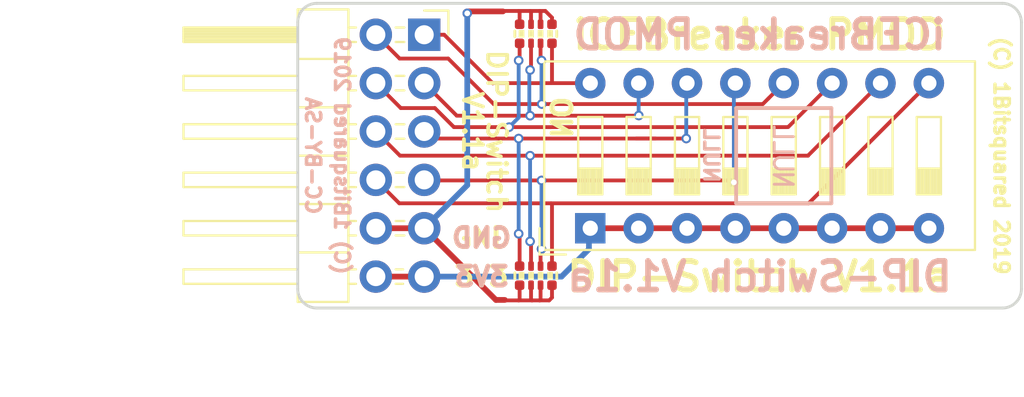
<source format=kicad_pcb>
(kicad_pcb (version 20171130) (host pcbnew 5.1.5-52549c5~86~ubuntu19.10.1)

  (general
    (thickness 1.6)
    (drawings 25)
    (tracks 128)
    (zones 0)
    (modules 5)
    (nets 11)
  )

  (page A4)
  (title_block
    (title "iCEBreaker PMOD - dip switch")
    (rev V1.1a)
    (company 1BitSquared)
    (comment 1 "(C) 2019 Piotr Esden-Tempski <piotr@esden.net>")
    (comment 2 "(C) 2019 1BitSquared <info@1bitsquared.com>")
    (comment 3 "License: CC-BY-SA V4.0")
  )

  (layers
    (0 F.Cu signal)
    (31 B.Cu signal)
    (32 B.Adhes user)
    (33 F.Adhes user)
    (34 B.Paste user)
    (35 F.Paste user)
    (36 B.SilkS user)
    (37 F.SilkS user)
    (38 B.Mask user)
    (39 F.Mask user)
    (40 Dwgs.User user)
    (41 Cmts.User user)
    (42 Eco1.User user)
    (43 Eco2.User user)
    (44 Edge.Cuts user)
    (45 Margin user)
    (46 B.CrtYd user)
    (47 F.CrtYd user)
    (48 B.Fab user)
    (49 F.Fab user)
  )

  (setup
    (last_trace_width 0.2)
    (user_trace_width 0.25)
    (user_trace_width 0.3)
    (trace_clearance 0.2)
    (zone_clearance 0.15)
    (zone_45_only no)
    (trace_min 0.2)
    (via_size 0.5)
    (via_drill 0.3)
    (via_min_size 0.5)
    (via_min_drill 0.3)
    (uvia_size 0.3)
    (uvia_drill 0.1)
    (uvias_allowed no)
    (uvia_min_size 0.2)
    (uvia_min_drill 0.1)
    (edge_width 0.15)
    (segment_width 0.2)
    (pcb_text_width 0.3)
    (pcb_text_size 1.5 1.5)
    (mod_edge_width 0.15)
    (mod_text_size 1 1)
    (mod_text_width 0.15)
    (pad_size 1.7 1.7)
    (pad_drill 1)
    (pad_to_mask_clearance 0.05)
    (solder_mask_min_width 0.05)
    (aux_axis_origin 30 48.2)
    (grid_origin 34.1 40.2)
    (visible_elements FFFFEF7F)
    (pcbplotparams
      (layerselection 0x010fc_ffffffff)
      (usegerberextensions true)
      (usegerberattributes false)
      (usegerberadvancedattributes false)
      (creategerberjobfile false)
      (excludeedgelayer true)
      (linewidth 0.300000)
      (plotframeref false)
      (viasonmask false)
      (mode 1)
      (useauxorigin false)
      (hpglpennumber 1)
      (hpglpenspeed 20)
      (hpglpendiameter 15.000000)
      (psnegative false)
      (psa4output false)
      (plotreference true)
      (plotvalue true)
      (plotinvisibletext false)
      (padsonsilk false)
      (subtractmaskfromsilk true)
      (outputformat 1)
      (mirror false)
      (drillshape 0)
      (scaleselection 1)
      (outputdirectory "gerber"))
  )

  (net 0 "")
  (net 1 GND)
  (net 2 +3V3)
  (net 3 /DIP1)
  (net 4 /DIP2)
  (net 5 /DIP3)
  (net 6 /DIP4)
  (net 7 /DIP8)
  (net 8 /DIP7)
  (net 9 /DIP6)
  (net 10 /DIP5)

  (net_class Default "This is the default net class."
    (clearance 0.2)
    (trace_width 0.2)
    (via_dia 0.5)
    (via_drill 0.3)
    (uvia_dia 0.3)
    (uvia_drill 0.1)
    (add_net +3V3)
    (add_net /DIP1)
    (add_net /DIP2)
    (add_net /DIP3)
    (add_net /DIP4)
    (add_net /DIP5)
    (add_net /DIP6)
    (add_net /DIP7)
    (add_net /DIP8)
    (add_net GND)
  )

  (module pkl_logos:null_Logo_SilkS_5mm locked (layer B.Cu) (tedit 5E7ED123) (tstamp 5CAD879D)
    (at 55.52 40.2 90)
    (fp_text reference REF** (at 0 -4 90) (layer B.Fab)
      (effects (font (size 1 1) (thickness 0.15)) (justify mirror))
    )
    (fp_text value null_Logo_SilkS_5mm (at 0 4 90) (layer B.Fab)
      (effects (font (size 1 1) (thickness 0.15)) (justify mirror))
    )
    (fp_arc (start -0.4 -0.2) (end -0.7 -0.2) (angle 180) (layer B.SilkS) (width 0.15))
    (fp_line (start 1 -0.5) (end 1.5 -0.5) (layer B.SilkS) (width 0.15))
    (fp_line (start 1 0.5) (end 1 -0.5) (layer B.SilkS) (width 0.15))
    (fp_line (start 0.2 -0.5) (end 0.7 -0.5) (layer B.SilkS) (width 0.15))
    (fp_line (start 0.2 0.5) (end 0.2 -0.5) (layer B.SilkS) (width 0.15))
    (fp_line (start -0.1 0.5) (end -0.1 -0.2) (layer B.SilkS) (width 0.15))
    (fp_line (start -0.7 0.5) (end -0.7 -0.2) (layer B.SilkS) (width 0.15))
    (fp_line (start -1 -0.5) (end -1 0.5) (layer B.SilkS) (width 0.15))
    (fp_line (start -1.5 0.5) (end -1 -0.5) (layer B.SilkS) (width 0.15))
    (fp_line (start -1.5 -0.5) (end -1.5 0.5) (layer B.SilkS) (width 0.15))
    (fp_line (start 2.5 2.5) (end -2.5 2.5) (layer B.SilkS) (width 0.2))
    (fp_line (start -2.5 2.5) (end -2.5 -2.5) (layer B.SilkS) (width 0.2))
    (fp_line (start 2.5 2.5) (end 2.5 -2.5) (layer B.SilkS) (width 0.2))
    (fp_line (start -2.5 -2.5) (end 2.5 -2.5) (layer B.SilkS) (width 0.2))
  )

  (module Button_Switch_THT:SW_DIP_SPSTx08_Slide_9.78x22.5mm_W7.62mm_P2.54mm (layer F.Cu) (tedit 5CD9B3D5) (tstamp 5CDAF59B)
    (at 45.36 44.01 90)
    (descr "8x-dip-switch SPST , Slide, row spacing 7.62 mm (300 mils), body size 9.78x22.5mm (see e.g. https://www.ctscorp.com/wp-content/uploads/206-208.pdf)")
    (tags "DIP Switch SPST Slide 7.62mm 300mil")
    (path /5BC3452A)
    (fp_text reference SW1 (at 7.01 8.84) (layer F.Fab)
      (effects (font (size 1 1) (thickness 0.15)))
    )
    (fp_text value SW_DIP_x08 (at -0.09 8.84) (layer F.Fab)
      (effects (font (size 1 1) (thickness 0.15)))
    )
    (fp_text user on (at 5.365 -1.4975 90) (layer F.Fab)
      (effects (font (size 0.8 0.8) (thickness 0.12)))
    )
    (fp_line (start 8.95 -2.7) (end -1.35 -2.7) (layer F.CrtYd) (width 0.05))
    (fp_line (start 8.95 20.5) (end 8.95 -2.7) (layer F.CrtYd) (width 0.05))
    (fp_line (start -1.35 20.5) (end 8.95 20.5) (layer F.CrtYd) (width 0.05))
    (fp_line (start -1.35 -2.7) (end -1.35 20.5) (layer F.CrtYd) (width 0.05))
    (fp_line (start 3.133333 17.145) (end 3.133333 18.415) (layer F.SilkS) (width 0.12))
    (fp_line (start 1.78 18.345) (end 3.133333 18.345) (layer F.SilkS) (width 0.12))
    (fp_line (start 1.78 18.225) (end 3.133333 18.225) (layer F.SilkS) (width 0.12))
    (fp_line (start 1.78 18.105) (end 3.133333 18.105) (layer F.SilkS) (width 0.12))
    (fp_line (start 1.78 17.985) (end 3.133333 17.985) (layer F.SilkS) (width 0.12))
    (fp_line (start 1.78 17.865) (end 3.133333 17.865) (layer F.SilkS) (width 0.12))
    (fp_line (start 1.78 17.745) (end 3.133333 17.745) (layer F.SilkS) (width 0.12))
    (fp_line (start 1.78 17.625) (end 3.133333 17.625) (layer F.SilkS) (width 0.12))
    (fp_line (start 1.78 17.505) (end 3.133333 17.505) (layer F.SilkS) (width 0.12))
    (fp_line (start 1.78 17.385) (end 3.133333 17.385) (layer F.SilkS) (width 0.12))
    (fp_line (start 1.78 17.265) (end 3.133333 17.265) (layer F.SilkS) (width 0.12))
    (fp_line (start 5.84 17.145) (end 1.78 17.145) (layer F.SilkS) (width 0.12))
    (fp_line (start 5.84 18.415) (end 5.84 17.145) (layer F.SilkS) (width 0.12))
    (fp_line (start 1.78 18.415) (end 5.84 18.415) (layer F.SilkS) (width 0.12))
    (fp_line (start 1.78 17.145) (end 1.78 18.415) (layer F.SilkS) (width 0.12))
    (fp_line (start 3.133333 14.605) (end 3.133333 15.875) (layer F.SilkS) (width 0.12))
    (fp_line (start 1.78 15.805) (end 3.133333 15.805) (layer F.SilkS) (width 0.12))
    (fp_line (start 1.78 15.685) (end 3.133333 15.685) (layer F.SilkS) (width 0.12))
    (fp_line (start 1.78 15.565) (end 3.133333 15.565) (layer F.SilkS) (width 0.12))
    (fp_line (start 1.78 15.445) (end 3.133333 15.445) (layer F.SilkS) (width 0.12))
    (fp_line (start 1.78 15.325) (end 3.133333 15.325) (layer F.SilkS) (width 0.12))
    (fp_line (start 1.78 15.205) (end 3.133333 15.205) (layer F.SilkS) (width 0.12))
    (fp_line (start 1.78 15.085) (end 3.133333 15.085) (layer F.SilkS) (width 0.12))
    (fp_line (start 1.78 14.965) (end 3.133333 14.965) (layer F.SilkS) (width 0.12))
    (fp_line (start 1.78 14.845) (end 3.133333 14.845) (layer F.SilkS) (width 0.12))
    (fp_line (start 1.78 14.725) (end 3.133333 14.725) (layer F.SilkS) (width 0.12))
    (fp_line (start 5.84 14.605) (end 1.78 14.605) (layer F.SilkS) (width 0.12))
    (fp_line (start 5.84 15.875) (end 5.84 14.605) (layer F.SilkS) (width 0.12))
    (fp_line (start 1.78 15.875) (end 5.84 15.875) (layer F.SilkS) (width 0.12))
    (fp_line (start 1.78 14.605) (end 1.78 15.875) (layer F.SilkS) (width 0.12))
    (fp_line (start 3.133333 12.065) (end 3.133333 13.335) (layer F.SilkS) (width 0.12))
    (fp_line (start 1.78 13.265) (end 3.133333 13.265) (layer F.SilkS) (width 0.12))
    (fp_line (start 1.78 13.145) (end 3.133333 13.145) (layer F.SilkS) (width 0.12))
    (fp_line (start 1.78 13.025) (end 3.133333 13.025) (layer F.SilkS) (width 0.12))
    (fp_line (start 1.78 12.905) (end 3.133333 12.905) (layer F.SilkS) (width 0.12))
    (fp_line (start 1.78 12.785) (end 3.133333 12.785) (layer F.SilkS) (width 0.12))
    (fp_line (start 1.78 12.665) (end 3.133333 12.665) (layer F.SilkS) (width 0.12))
    (fp_line (start 1.78 12.545) (end 3.133333 12.545) (layer F.SilkS) (width 0.12))
    (fp_line (start 1.78 12.425) (end 3.133333 12.425) (layer F.SilkS) (width 0.12))
    (fp_line (start 1.78 12.305) (end 3.133333 12.305) (layer F.SilkS) (width 0.12))
    (fp_line (start 1.78 12.185) (end 3.133333 12.185) (layer F.SilkS) (width 0.12))
    (fp_line (start 5.84 12.065) (end 1.78 12.065) (layer F.SilkS) (width 0.12))
    (fp_line (start 5.84 13.335) (end 5.84 12.065) (layer F.SilkS) (width 0.12))
    (fp_line (start 1.78 13.335) (end 5.84 13.335) (layer F.SilkS) (width 0.12))
    (fp_line (start 1.78 12.065) (end 1.78 13.335) (layer F.SilkS) (width 0.12))
    (fp_line (start 3.133333 9.525) (end 3.133333 10.795) (layer F.SilkS) (width 0.12))
    (fp_line (start 1.78 10.725) (end 3.133333 10.725) (layer F.SilkS) (width 0.12))
    (fp_line (start 1.78 10.605) (end 3.133333 10.605) (layer F.SilkS) (width 0.12))
    (fp_line (start 1.78 10.485) (end 3.133333 10.485) (layer F.SilkS) (width 0.12))
    (fp_line (start 1.78 10.365) (end 3.133333 10.365) (layer F.SilkS) (width 0.12))
    (fp_line (start 1.78 10.245) (end 3.133333 10.245) (layer F.SilkS) (width 0.12))
    (fp_line (start 1.78 10.125) (end 3.133333 10.125) (layer F.SilkS) (width 0.12))
    (fp_line (start 1.78 10.005) (end 3.133333 10.005) (layer F.SilkS) (width 0.12))
    (fp_line (start 1.78 9.885) (end 3.133333 9.885) (layer F.SilkS) (width 0.12))
    (fp_line (start 1.78 9.765) (end 3.133333 9.765) (layer F.SilkS) (width 0.12))
    (fp_line (start 1.78 9.645) (end 3.133333 9.645) (layer F.SilkS) (width 0.12))
    (fp_line (start 5.84 9.525) (end 1.78 9.525) (layer F.SilkS) (width 0.12))
    (fp_line (start 5.84 10.795) (end 5.84 9.525) (layer F.SilkS) (width 0.12))
    (fp_line (start 1.78 10.795) (end 5.84 10.795) (layer F.SilkS) (width 0.12))
    (fp_line (start 1.78 9.525) (end 1.78 10.795) (layer F.SilkS) (width 0.12))
    (fp_line (start 3.133333 6.985) (end 3.133333 8.255) (layer F.SilkS) (width 0.12))
    (fp_line (start 1.78 8.185) (end 3.133333 8.185) (layer F.SilkS) (width 0.12))
    (fp_line (start 1.78 8.065) (end 3.133333 8.065) (layer F.SilkS) (width 0.12))
    (fp_line (start 1.78 7.945) (end 3.133333 7.945) (layer F.SilkS) (width 0.12))
    (fp_line (start 1.78 7.825) (end 3.133333 7.825) (layer F.SilkS) (width 0.12))
    (fp_line (start 1.78 7.705) (end 3.133333 7.705) (layer F.SilkS) (width 0.12))
    (fp_line (start 1.78 7.585) (end 3.133333 7.585) (layer F.SilkS) (width 0.12))
    (fp_line (start 1.78 7.465) (end 3.133333 7.465) (layer F.SilkS) (width 0.12))
    (fp_line (start 1.78 7.345) (end 3.133333 7.345) (layer F.SilkS) (width 0.12))
    (fp_line (start 1.78 7.225) (end 3.133333 7.225) (layer F.SilkS) (width 0.12))
    (fp_line (start 1.78 7.105) (end 3.133333 7.105) (layer F.SilkS) (width 0.12))
    (fp_line (start 5.84 6.985) (end 1.78 6.985) (layer F.SilkS) (width 0.12))
    (fp_line (start 5.84 8.255) (end 5.84 6.985) (layer F.SilkS) (width 0.12))
    (fp_line (start 1.78 8.255) (end 5.84 8.255) (layer F.SilkS) (width 0.12))
    (fp_line (start 1.78 6.985) (end 1.78 8.255) (layer F.SilkS) (width 0.12))
    (fp_line (start 3.133333 4.445) (end 3.133333 5.715) (layer F.SilkS) (width 0.12))
    (fp_line (start 1.78 5.645) (end 3.133333 5.645) (layer F.SilkS) (width 0.12))
    (fp_line (start 1.78 5.525) (end 3.133333 5.525) (layer F.SilkS) (width 0.12))
    (fp_line (start 1.78 5.405) (end 3.133333 5.405) (layer F.SilkS) (width 0.12))
    (fp_line (start 1.78 5.285) (end 3.133333 5.285) (layer F.SilkS) (width 0.12))
    (fp_line (start 1.78 5.165) (end 3.133333 5.165) (layer F.SilkS) (width 0.12))
    (fp_line (start 1.78 5.045) (end 3.133333 5.045) (layer F.SilkS) (width 0.12))
    (fp_line (start 1.78 4.925) (end 3.133333 4.925) (layer F.SilkS) (width 0.12))
    (fp_line (start 1.78 4.805) (end 3.133333 4.805) (layer F.SilkS) (width 0.12))
    (fp_line (start 1.78 4.685) (end 3.133333 4.685) (layer F.SilkS) (width 0.12))
    (fp_line (start 1.78 4.565) (end 3.133333 4.565) (layer F.SilkS) (width 0.12))
    (fp_line (start 5.84 4.445) (end 1.78 4.445) (layer F.SilkS) (width 0.12))
    (fp_line (start 5.84 5.715) (end 5.84 4.445) (layer F.SilkS) (width 0.12))
    (fp_line (start 1.78 5.715) (end 5.84 5.715) (layer F.SilkS) (width 0.12))
    (fp_line (start 1.78 4.445) (end 1.78 5.715) (layer F.SilkS) (width 0.12))
    (fp_line (start 3.133333 1.905) (end 3.133333 3.175) (layer F.SilkS) (width 0.12))
    (fp_line (start 1.78 3.105) (end 3.133333 3.105) (layer F.SilkS) (width 0.12))
    (fp_line (start 1.78 2.985) (end 3.133333 2.985) (layer F.SilkS) (width 0.12))
    (fp_line (start 1.78 2.865) (end 3.133333 2.865) (layer F.SilkS) (width 0.12))
    (fp_line (start 1.78 2.745) (end 3.133333 2.745) (layer F.SilkS) (width 0.12))
    (fp_line (start 1.78 2.625) (end 3.133333 2.625) (layer F.SilkS) (width 0.12))
    (fp_line (start 1.78 2.505) (end 3.133333 2.505) (layer F.SilkS) (width 0.12))
    (fp_line (start 1.78 2.385) (end 3.133333 2.385) (layer F.SilkS) (width 0.12))
    (fp_line (start 1.78 2.265) (end 3.133333 2.265) (layer F.SilkS) (width 0.12))
    (fp_line (start 1.78 2.145) (end 3.133333 2.145) (layer F.SilkS) (width 0.12))
    (fp_line (start 1.78 2.025) (end 3.133333 2.025) (layer F.SilkS) (width 0.12))
    (fp_line (start 5.84 1.905) (end 1.78 1.905) (layer F.SilkS) (width 0.12))
    (fp_line (start 5.84 3.175) (end 5.84 1.905) (layer F.SilkS) (width 0.12))
    (fp_line (start 1.78 3.175) (end 5.84 3.175) (layer F.SilkS) (width 0.12))
    (fp_line (start 1.78 1.905) (end 1.78 3.175) (layer F.SilkS) (width 0.12))
    (fp_line (start 3.133333 -0.635) (end 3.133333 0.635) (layer F.SilkS) (width 0.12))
    (fp_line (start 1.78 0.565) (end 3.133333 0.565) (layer F.SilkS) (width 0.12))
    (fp_line (start 1.78 0.445) (end 3.133333 0.445) (layer F.SilkS) (width 0.12))
    (fp_line (start 1.78 0.325) (end 3.133333 0.325) (layer F.SilkS) (width 0.12))
    (fp_line (start 1.78 0.205) (end 3.133333 0.205) (layer F.SilkS) (width 0.12))
    (fp_line (start 1.78 0.085) (end 3.133333 0.085) (layer F.SilkS) (width 0.12))
    (fp_line (start 1.78 -0.035) (end 3.133333 -0.035) (layer F.SilkS) (width 0.12))
    (fp_line (start 1.78 -0.155) (end 3.133333 -0.155) (layer F.SilkS) (width 0.12))
    (fp_line (start 1.78 -0.275) (end 3.133333 -0.275) (layer F.SilkS) (width 0.12))
    (fp_line (start 1.78 -0.395) (end 3.133333 -0.395) (layer F.SilkS) (width 0.12))
    (fp_line (start 1.78 -0.515) (end 3.133333 -0.515) (layer F.SilkS) (width 0.12))
    (fp_line (start 5.84 -0.635) (end 1.78 -0.635) (layer F.SilkS) (width 0.12))
    (fp_line (start 5.84 0.635) (end 5.84 -0.635) (layer F.SilkS) (width 0.12))
    (fp_line (start 1.78 0.635) (end 5.84 0.635) (layer F.SilkS) (width 0.12))
    (fp_line (start 1.78 -0.635) (end 1.78 0.635) (layer F.SilkS) (width 0.12))
    (fp_line (start -1.38 -2.66) (end -1.38 -1.277) (layer F.SilkS) (width 0.12))
    (fp_line (start -1.38 -2.66) (end 0.004 -2.66) (layer F.SilkS) (width 0.12))
    (fp_line (start 8.76 -2.42) (end 8.76 20.201) (layer F.SilkS) (width 0.12))
    (fp_line (start -1.14 -2.42) (end -1.14 20.201) (layer F.SilkS) (width 0.12))
    (fp_line (start -1.14 20.201) (end 8.76 20.201) (layer F.SilkS) (width 0.12))
    (fp_line (start -1.14 -2.42) (end 8.76 -2.42) (layer F.SilkS) (width 0.12))
    (fp_line (start 3.133333 17.145) (end 3.133333 18.415) (layer F.Fab) (width 0.1))
    (fp_line (start 1.78 18.345) (end 3.133333 18.345) (layer F.Fab) (width 0.1))
    (fp_line (start 1.78 18.245) (end 3.133333 18.245) (layer F.Fab) (width 0.1))
    (fp_line (start 1.78 18.145) (end 3.133333 18.145) (layer F.Fab) (width 0.1))
    (fp_line (start 1.78 18.045) (end 3.133333 18.045) (layer F.Fab) (width 0.1))
    (fp_line (start 1.78 17.945) (end 3.133333 17.945) (layer F.Fab) (width 0.1))
    (fp_line (start 1.78 17.845) (end 3.133333 17.845) (layer F.Fab) (width 0.1))
    (fp_line (start 1.78 17.745) (end 3.133333 17.745) (layer F.Fab) (width 0.1))
    (fp_line (start 1.78 17.645) (end 3.133333 17.645) (layer F.Fab) (width 0.1))
    (fp_line (start 1.78 17.545) (end 3.133333 17.545) (layer F.Fab) (width 0.1))
    (fp_line (start 1.78 17.445) (end 3.133333 17.445) (layer F.Fab) (width 0.1))
    (fp_line (start 1.78 17.345) (end 3.133333 17.345) (layer F.Fab) (width 0.1))
    (fp_line (start 1.78 17.245) (end 3.133333 17.245) (layer F.Fab) (width 0.1))
    (fp_line (start 5.84 17.145) (end 1.78 17.145) (layer F.Fab) (width 0.1))
    (fp_line (start 5.84 18.415) (end 5.84 17.145) (layer F.Fab) (width 0.1))
    (fp_line (start 1.78 18.415) (end 5.84 18.415) (layer F.Fab) (width 0.1))
    (fp_line (start 1.78 17.145) (end 1.78 18.415) (layer F.Fab) (width 0.1))
    (fp_line (start 3.133333 14.605) (end 3.133333 15.875) (layer F.Fab) (width 0.1))
    (fp_line (start 1.78 15.805) (end 3.133333 15.805) (layer F.Fab) (width 0.1))
    (fp_line (start 1.78 15.705) (end 3.133333 15.705) (layer F.Fab) (width 0.1))
    (fp_line (start 1.78 15.605) (end 3.133333 15.605) (layer F.Fab) (width 0.1))
    (fp_line (start 1.78 15.505) (end 3.133333 15.505) (layer F.Fab) (width 0.1))
    (fp_line (start 1.78 15.405) (end 3.133333 15.405) (layer F.Fab) (width 0.1))
    (fp_line (start 1.78 15.305) (end 3.133333 15.305) (layer F.Fab) (width 0.1))
    (fp_line (start 1.78 15.205) (end 3.133333 15.205) (layer F.Fab) (width 0.1))
    (fp_line (start 1.78 15.105) (end 3.133333 15.105) (layer F.Fab) (width 0.1))
    (fp_line (start 1.78 15.005) (end 3.133333 15.005) (layer F.Fab) (width 0.1))
    (fp_line (start 1.78 14.905) (end 3.133333 14.905) (layer F.Fab) (width 0.1))
    (fp_line (start 1.78 14.805) (end 3.133333 14.805) (layer F.Fab) (width 0.1))
    (fp_line (start 1.78 14.705) (end 3.133333 14.705) (layer F.Fab) (width 0.1))
    (fp_line (start 5.84 14.605) (end 1.78 14.605) (layer F.Fab) (width 0.1))
    (fp_line (start 5.84 15.875) (end 5.84 14.605) (layer F.Fab) (width 0.1))
    (fp_line (start 1.78 15.875) (end 5.84 15.875) (layer F.Fab) (width 0.1))
    (fp_line (start 1.78 14.605) (end 1.78 15.875) (layer F.Fab) (width 0.1))
    (fp_line (start 3.133333 12.065) (end 3.133333 13.335) (layer F.Fab) (width 0.1))
    (fp_line (start 1.78 13.265) (end 3.133333 13.265) (layer F.Fab) (width 0.1))
    (fp_line (start 1.78 13.165) (end 3.133333 13.165) (layer F.Fab) (width 0.1))
    (fp_line (start 1.78 13.065) (end 3.133333 13.065) (layer F.Fab) (width 0.1))
    (fp_line (start 1.78 12.965) (end 3.133333 12.965) (layer F.Fab) (width 0.1))
    (fp_line (start 1.78 12.865) (end 3.133333 12.865) (layer F.Fab) (width 0.1))
    (fp_line (start 1.78 12.765) (end 3.133333 12.765) (layer F.Fab) (width 0.1))
    (fp_line (start 1.78 12.665) (end 3.133333 12.665) (layer F.Fab) (width 0.1))
    (fp_line (start 1.78 12.565) (end 3.133333 12.565) (layer F.Fab) (width 0.1))
    (fp_line (start 1.78 12.465) (end 3.133333 12.465) (layer F.Fab) (width 0.1))
    (fp_line (start 1.78 12.365) (end 3.133333 12.365) (layer F.Fab) (width 0.1))
    (fp_line (start 1.78 12.265) (end 3.133333 12.265) (layer F.Fab) (width 0.1))
    (fp_line (start 1.78 12.165) (end 3.133333 12.165) (layer F.Fab) (width 0.1))
    (fp_line (start 5.84 12.065) (end 1.78 12.065) (layer F.Fab) (width 0.1))
    (fp_line (start 5.84 13.335) (end 5.84 12.065) (layer F.Fab) (width 0.1))
    (fp_line (start 1.78 13.335) (end 5.84 13.335) (layer F.Fab) (width 0.1))
    (fp_line (start 1.78 12.065) (end 1.78 13.335) (layer F.Fab) (width 0.1))
    (fp_line (start 3.133333 9.525) (end 3.133333 10.795) (layer F.Fab) (width 0.1))
    (fp_line (start 1.78 10.725) (end 3.133333 10.725) (layer F.Fab) (width 0.1))
    (fp_line (start 1.78 10.625) (end 3.133333 10.625) (layer F.Fab) (width 0.1))
    (fp_line (start 1.78 10.525) (end 3.133333 10.525) (layer F.Fab) (width 0.1))
    (fp_line (start 1.78 10.425) (end 3.133333 10.425) (layer F.Fab) (width 0.1))
    (fp_line (start 1.78 10.325) (end 3.133333 10.325) (layer F.Fab) (width 0.1))
    (fp_line (start 1.78 10.225) (end 3.133333 10.225) (layer F.Fab) (width 0.1))
    (fp_line (start 1.78 10.125) (end 3.133333 10.125) (layer F.Fab) (width 0.1))
    (fp_line (start 1.78 10.025) (end 3.133333 10.025) (layer F.Fab) (width 0.1))
    (fp_line (start 1.78 9.925) (end 3.133333 9.925) (layer F.Fab) (width 0.1))
    (fp_line (start 1.78 9.825) (end 3.133333 9.825) (layer F.Fab) (width 0.1))
    (fp_line (start 1.78 9.725) (end 3.133333 9.725) (layer F.Fab) (width 0.1))
    (fp_line (start 1.78 9.625) (end 3.133333 9.625) (layer F.Fab) (width 0.1))
    (fp_line (start 5.84 9.525) (end 1.78 9.525) (layer F.Fab) (width 0.1))
    (fp_line (start 5.84 10.795) (end 5.84 9.525) (layer F.Fab) (width 0.1))
    (fp_line (start 1.78 10.795) (end 5.84 10.795) (layer F.Fab) (width 0.1))
    (fp_line (start 1.78 9.525) (end 1.78 10.795) (layer F.Fab) (width 0.1))
    (fp_line (start 3.133333 6.985) (end 3.133333 8.255) (layer F.Fab) (width 0.1))
    (fp_line (start 1.78 8.185) (end 3.133333 8.185) (layer F.Fab) (width 0.1))
    (fp_line (start 1.78 8.085) (end 3.133333 8.085) (layer F.Fab) (width 0.1))
    (fp_line (start 1.78 7.985) (end 3.133333 7.985) (layer F.Fab) (width 0.1))
    (fp_line (start 1.78 7.885) (end 3.133333 7.885) (layer F.Fab) (width 0.1))
    (fp_line (start 1.78 7.785) (end 3.133333 7.785) (layer F.Fab) (width 0.1))
    (fp_line (start 1.78 7.685) (end 3.133333 7.685) (layer F.Fab) (width 0.1))
    (fp_line (start 1.78 7.585) (end 3.133333 7.585) (layer F.Fab) (width 0.1))
    (fp_line (start 1.78 7.485) (end 3.133333 7.485) (layer F.Fab) (width 0.1))
    (fp_line (start 1.78 7.385) (end 3.133333 7.385) (layer F.Fab) (width 0.1))
    (fp_line (start 1.78 7.285) (end 3.133333 7.285) (layer F.Fab) (width 0.1))
    (fp_line (start 1.78 7.185) (end 3.133333 7.185) (layer F.Fab) (width 0.1))
    (fp_line (start 1.78 7.085) (end 3.133333 7.085) (layer F.Fab) (width 0.1))
    (fp_line (start 5.84 6.985) (end 1.78 6.985) (layer F.Fab) (width 0.1))
    (fp_line (start 5.84 8.255) (end 5.84 6.985) (layer F.Fab) (width 0.1))
    (fp_line (start 1.78 8.255) (end 5.84 8.255) (layer F.Fab) (width 0.1))
    (fp_line (start 1.78 6.985) (end 1.78 8.255) (layer F.Fab) (width 0.1))
    (fp_line (start 3.133333 4.445) (end 3.133333 5.715) (layer F.Fab) (width 0.1))
    (fp_line (start 1.78 5.645) (end 3.133333 5.645) (layer F.Fab) (width 0.1))
    (fp_line (start 1.78 5.545) (end 3.133333 5.545) (layer F.Fab) (width 0.1))
    (fp_line (start 1.78 5.445) (end 3.133333 5.445) (layer F.Fab) (width 0.1))
    (fp_line (start 1.78 5.345) (end 3.133333 5.345) (layer F.Fab) (width 0.1))
    (fp_line (start 1.78 5.245) (end 3.133333 5.245) (layer F.Fab) (width 0.1))
    (fp_line (start 1.78 5.145) (end 3.133333 5.145) (layer F.Fab) (width 0.1))
    (fp_line (start 1.78 5.045) (end 3.133333 5.045) (layer F.Fab) (width 0.1))
    (fp_line (start 1.78 4.945) (end 3.133333 4.945) (layer F.Fab) (width 0.1))
    (fp_line (start 1.78 4.845) (end 3.133333 4.845) (layer F.Fab) (width 0.1))
    (fp_line (start 1.78 4.745) (end 3.133333 4.745) (layer F.Fab) (width 0.1))
    (fp_line (start 1.78 4.645) (end 3.133333 4.645) (layer F.Fab) (width 0.1))
    (fp_line (start 1.78 4.545) (end 3.133333 4.545) (layer F.Fab) (width 0.1))
    (fp_line (start 5.84 4.445) (end 1.78 4.445) (layer F.Fab) (width 0.1))
    (fp_line (start 5.84 5.715) (end 5.84 4.445) (layer F.Fab) (width 0.1))
    (fp_line (start 1.78 5.715) (end 5.84 5.715) (layer F.Fab) (width 0.1))
    (fp_line (start 1.78 4.445) (end 1.78 5.715) (layer F.Fab) (width 0.1))
    (fp_line (start 3.133333 1.905) (end 3.133333 3.175) (layer F.Fab) (width 0.1))
    (fp_line (start 1.78 3.105) (end 3.133333 3.105) (layer F.Fab) (width 0.1))
    (fp_line (start 1.78 3.005) (end 3.133333 3.005) (layer F.Fab) (width 0.1))
    (fp_line (start 1.78 2.905) (end 3.133333 2.905) (layer F.Fab) (width 0.1))
    (fp_line (start 1.78 2.805) (end 3.133333 2.805) (layer F.Fab) (width 0.1))
    (fp_line (start 1.78 2.705) (end 3.133333 2.705) (layer F.Fab) (width 0.1))
    (fp_line (start 1.78 2.605) (end 3.133333 2.605) (layer F.Fab) (width 0.1))
    (fp_line (start 1.78 2.505) (end 3.133333 2.505) (layer F.Fab) (width 0.1))
    (fp_line (start 1.78 2.405) (end 3.133333 2.405) (layer F.Fab) (width 0.1))
    (fp_line (start 1.78 2.305) (end 3.133333 2.305) (layer F.Fab) (width 0.1))
    (fp_line (start 1.78 2.205) (end 3.133333 2.205) (layer F.Fab) (width 0.1))
    (fp_line (start 1.78 2.105) (end 3.133333 2.105) (layer F.Fab) (width 0.1))
    (fp_line (start 1.78 2.005) (end 3.133333 2.005) (layer F.Fab) (width 0.1))
    (fp_line (start 5.84 1.905) (end 1.78 1.905) (layer F.Fab) (width 0.1))
    (fp_line (start 5.84 3.175) (end 5.84 1.905) (layer F.Fab) (width 0.1))
    (fp_line (start 1.78 3.175) (end 5.84 3.175) (layer F.Fab) (width 0.1))
    (fp_line (start 1.78 1.905) (end 1.78 3.175) (layer F.Fab) (width 0.1))
    (fp_line (start 3.133333 -0.635) (end 3.133333 0.635) (layer F.Fab) (width 0.1))
    (fp_line (start 1.78 0.565) (end 3.133333 0.565) (layer F.Fab) (width 0.1))
    (fp_line (start 1.78 0.465) (end 3.133333 0.465) (layer F.Fab) (width 0.1))
    (fp_line (start 1.78 0.365) (end 3.133333 0.365) (layer F.Fab) (width 0.1))
    (fp_line (start 1.78 0.265) (end 3.133333 0.265) (layer F.Fab) (width 0.1))
    (fp_line (start 1.78 0.165) (end 3.133333 0.165) (layer F.Fab) (width 0.1))
    (fp_line (start 1.78 0.065) (end 3.133333 0.065) (layer F.Fab) (width 0.1))
    (fp_line (start 1.78 -0.035) (end 3.133333 -0.035) (layer F.Fab) (width 0.1))
    (fp_line (start 1.78 -0.135) (end 3.133333 -0.135) (layer F.Fab) (width 0.1))
    (fp_line (start 1.78 -0.235) (end 3.133333 -0.235) (layer F.Fab) (width 0.1))
    (fp_line (start 1.78 -0.335) (end 3.133333 -0.335) (layer F.Fab) (width 0.1))
    (fp_line (start 1.78 -0.435) (end 3.133333 -0.435) (layer F.Fab) (width 0.1))
    (fp_line (start 1.78 -0.535) (end 3.133333 -0.535) (layer F.Fab) (width 0.1))
    (fp_line (start 5.84 -0.635) (end 1.78 -0.635) (layer F.Fab) (width 0.1))
    (fp_line (start 5.84 0.635) (end 5.84 -0.635) (layer F.Fab) (width 0.1))
    (fp_line (start 1.78 0.635) (end 5.84 0.635) (layer F.Fab) (width 0.1))
    (fp_line (start 1.78 -0.635) (end 1.78 0.635) (layer F.Fab) (width 0.1))
    (fp_line (start -1.08 -1.36) (end -0.08 -2.36) (layer F.Fab) (width 0.1))
    (fp_line (start -1.08 20.14) (end -1.08 -1.36) (layer F.Fab) (width 0.1))
    (fp_line (start 8.7 20.14) (end -1.08 20.14) (layer F.Fab) (width 0.1))
    (fp_line (start 8.7 -2.36) (end 8.7 20.14) (layer F.Fab) (width 0.1))
    (fp_line (start -0.08 -2.36) (end 8.7 -2.36) (layer F.Fab) (width 0.1))
    (pad 16 thru_hole oval (at 7.62 0 90) (size 1.6 1.6) (drill 0.8) (layers *.Cu *.Mask)
      (net 3 /DIP1))
    (pad 8 thru_hole oval (at 0 17.78 90) (size 1.6 1.6) (drill 0.8) (layers *.Cu *.Mask)
      (net 2 +3V3))
    (pad 15 thru_hole oval (at 7.62 2.54 90) (size 1.6 1.6) (drill 0.8) (layers *.Cu *.Mask)
      (net 4 /DIP2))
    (pad 7 thru_hole oval (at 0 15.24 90) (size 1.6 1.6) (drill 0.8) (layers *.Cu *.Mask)
      (net 2 +3V3))
    (pad 14 thru_hole oval (at 7.62 5.08 90) (size 1.6 1.6) (drill 0.8) (layers *.Cu *.Mask)
      (net 5 /DIP3))
    (pad 6 thru_hole oval (at 0 12.7 90) (size 1.6 1.6) (drill 0.8) (layers *.Cu *.Mask)
      (net 2 +3V3))
    (pad 13 thru_hole oval (at 7.62 7.62 90) (size 1.6 1.6) (drill 0.8) (layers *.Cu *.Mask)
      (net 6 /DIP4))
    (pad 5 thru_hole oval (at 0 10.16 90) (size 1.6 1.6) (drill 0.8) (layers *.Cu *.Mask)
      (net 2 +3V3))
    (pad 12 thru_hole oval (at 7.62 10.16 90) (size 1.6 1.6) (drill 0.8) (layers *.Cu *.Mask)
      (net 10 /DIP5))
    (pad 4 thru_hole oval (at 0 7.62 90) (size 1.6 1.6) (drill 0.8) (layers *.Cu *.Mask)
      (net 2 +3V3))
    (pad 11 thru_hole oval (at 7.62 12.7 90) (size 1.6 1.6) (drill 0.8) (layers *.Cu *.Mask)
      (net 9 /DIP6))
    (pad 3 thru_hole oval (at 0 5.08 90) (size 1.6 1.6) (drill 0.8) (layers *.Cu *.Mask)
      (net 2 +3V3))
    (pad 10 thru_hole oval (at 7.62 15.24 90) (size 1.6 1.6) (drill 0.8) (layers *.Cu *.Mask)
      (net 8 /DIP7))
    (pad 2 thru_hole oval (at 0 2.54 90) (size 1.6 1.6) (drill 0.8) (layers *.Cu *.Mask)
      (net 2 +3V3))
    (pad 9 thru_hole oval (at 7.62 17.78 90) (size 1.6 1.6) (drill 0.8) (layers *.Cu *.Mask)
      (net 7 /DIP8))
    (pad 1 thru_hole rect (at 0 0 90) (size 1.6 1.6) (drill 0.8) (layers *.Cu *.Mask)
      (net 2 +3V3))
    (model ${KISYS3DMOD}/Button_Switch_THT.3dshapes/SW_DIP_x8_W7.62mm_Slide.step
      (at (xyz 0 0 0))
      (scale (xyz 1 1 1))
      (rotate (xyz 0 0 0))
    )
  )

  (module pkl_dipol:R_Array_Convex_4x0402 (layer F.Cu) (tedit 5CD9B331) (tstamp 5CAC64F7)
    (at 42.5 33.8 270)
    (descr "Thick Film Chip Resistor Array, Wave soldering, Vishay CRA06P (see cra06p.pdf)")
    (tags "resistor array")
    (path /5BC0F016)
    (solder_mask_margin 0.05)
    (attr smd)
    (fp_text reference R1 (at 0 0 180) (layer F.Fab)
      (effects (font (size 0.75 0.75) (thickness 0.15)))
    )
    (fp_text value 10k (at 0 -2.4 180) (layer F.Fab)
      (effects (font (size 0.75 0.75) (thickness 0.15)))
    )
    (fp_line (start -1 -1.35) (end 1 -1.35) (layer F.CrtYd) (width 0.05))
    (fp_line (start -1 1.35) (end 1 1.35) (layer F.CrtYd) (width 0.05))
    (fp_line (start -1 -1.35) (end -1 1.35) (layer F.CrtYd) (width 0.05))
    (fp_line (start 1 -1.35) (end 1 1.35) (layer F.CrtYd) (width 0.05))
    (fp_line (start 0.15 1.1) (end -0.15 1.1) (layer F.SilkS) (width 0.15))
    (fp_line (start 0.15 -1.1) (end -0.15 -1.1) (layer F.SilkS) (width 0.15))
    (fp_poly (pts (xy -0.175 -0.375) (xy 0.175 -0.375) (xy 0.175 -0.125) (xy -0.175 -0.125)) (layer F.SilkS) (width 0.05))
    (fp_poly (pts (xy -0.175 -0.875) (xy 0.175 -0.875) (xy 0.175 -0.625) (xy -0.175 -0.625)) (layer F.SilkS) (width 0.05))
    (fp_poly (pts (xy -0.175 0.125) (xy 0.175 0.125) (xy 0.175 0.375) (xy -0.175 0.375)) (layer F.SilkS) (width 0.05))
    (fp_poly (pts (xy -0.175 0.625) (xy 0.175 0.625) (xy 0.175 0.875) (xy -0.175 0.875)) (layer F.SilkS) (width 0.05))
    (pad 3 smd roundrect (at -0.5 -0.25 270) (size 0.5 0.3) (layers F.Cu F.Paste F.Mask) (roundrect_rratio 0.25)
      (net 1 GND))
    (pad 5 smd roundrect (at -0.5 0.25 270) (size 0.5 0.3) (layers F.Cu F.Paste F.Mask) (roundrect_rratio 0.25)
      (net 1 GND))
    (pad 1 smd roundrect (at -0.5 -0.85 270) (size 0.5 0.5) (layers F.Cu F.Paste F.Mask) (roundrect_rratio 0.25)
      (net 1 GND))
    (pad 7 smd roundrect (at -0.5 0.85 270) (size 0.5 0.5) (layers F.Cu F.Paste F.Mask) (roundrect_rratio 0.25)
      (net 1 GND))
    (pad 2 smd roundrect (at 0.5 -0.85 270) (size 0.5 0.5) (layers F.Cu F.Paste F.Mask) (roundrect_rratio 0.25)
      (net 3 /DIP1))
    (pad 4 smd roundrect (at 0.5 -0.25 270) (size 0.5 0.3) (layers F.Cu F.Paste F.Mask) (roundrect_rratio 0.25)
      (net 10 /DIP5))
    (pad 6 smd roundrect (at 0.5 0.25 270) (size 0.5 0.3) (layers F.Cu F.Paste F.Mask) (roundrect_rratio 0.25)
      (net 4 /DIP2))
    (pad 8 smd roundrect (at 0.5 0.85 270) (size 0.5 0.5) (layers F.Cu F.Paste F.Mask) (roundrect_rratio 0.25)
      (net 9 /DIP6))
    (model ${KISYS3DMOD}/Resistor_SMD.3dshapes/R_Array_Convex_4x0402.step
      (at (xyz 0 0 0))
      (scale (xyz 1 1 1))
      (rotate (xyz 0 0 0))
    )
  )

  (module pkl_dipol:R_Array_Convex_4x0402 (layer F.Cu) (tedit 5CD9B31C) (tstamp 5BCB315F)
    (at 42.5 46.5 90)
    (descr "Thick Film Chip Resistor Array, Wave soldering, Vishay CRA06P (see cra06p.pdf)")
    (tags "resistor array")
    (path /5BC0EFF6)
    (solder_mask_margin 0.05)
    (attr smd)
    (fp_text reference R2 (at 0 0 180) (layer F.Fab)
      (effects (font (size 0.75 0.75) (thickness 0.15)))
    )
    (fp_text value 10k (at 0 2.4 180) (layer F.Fab)
      (effects (font (size 0.75 0.75) (thickness 0.15)))
    )
    (fp_poly (pts (xy -0.175 0.625) (xy 0.175 0.625) (xy 0.175 0.875) (xy -0.175 0.875)) (layer F.SilkS) (width 0.05))
    (fp_poly (pts (xy -0.175 0.125) (xy 0.175 0.125) (xy 0.175 0.375) (xy -0.175 0.375)) (layer F.SilkS) (width 0.05))
    (fp_poly (pts (xy -0.175 -0.875) (xy 0.175 -0.875) (xy 0.175 -0.625) (xy -0.175 -0.625)) (layer F.SilkS) (width 0.05))
    (fp_poly (pts (xy -0.175 -0.375) (xy 0.175 -0.375) (xy 0.175 -0.125) (xy -0.175 -0.125)) (layer F.SilkS) (width 0.05))
    (fp_line (start 0.15 -1.1) (end -0.15 -1.1) (layer F.SilkS) (width 0.15))
    (fp_line (start 0.15 1.1) (end -0.15 1.1) (layer F.SilkS) (width 0.15))
    (fp_line (start 1 -1.35) (end 1 1.35) (layer F.CrtYd) (width 0.05))
    (fp_line (start -1 -1.35) (end -1 1.35) (layer F.CrtYd) (width 0.05))
    (fp_line (start -1 1.35) (end 1 1.35) (layer F.CrtYd) (width 0.05))
    (fp_line (start -1 -1.35) (end 1 -1.35) (layer F.CrtYd) (width 0.05))
    (pad 8 smd roundrect (at 0.5 0.85 90) (size 0.5 0.5) (layers F.Cu F.Paste F.Mask) (roundrect_rratio 0.25)
      (net 7 /DIP8))
    (pad 6 smd roundrect (at 0.5 0.25 90) (size 0.5 0.3) (layers F.Cu F.Paste F.Mask) (roundrect_rratio 0.25)
      (net 6 /DIP4))
    (pad 4 smd roundrect (at 0.5 -0.25 90) (size 0.5 0.3) (layers F.Cu F.Paste F.Mask) (roundrect_rratio 0.25)
      (net 8 /DIP7))
    (pad 2 smd roundrect (at 0.5 -0.85 90) (size 0.5 0.5) (layers F.Cu F.Paste F.Mask) (roundrect_rratio 0.25)
      (net 5 /DIP3))
    (pad 7 smd roundrect (at -0.5 0.85 90) (size 0.5 0.5) (layers F.Cu F.Paste F.Mask) (roundrect_rratio 0.25)
      (net 1 GND))
    (pad 1 smd roundrect (at -0.5 -0.85 90) (size 0.5 0.5) (layers F.Cu F.Paste F.Mask) (roundrect_rratio 0.25)
      (net 1 GND))
    (pad 5 smd roundrect (at -0.5 0.25 90) (size 0.5 0.3) (layers F.Cu F.Paste F.Mask) (roundrect_rratio 0.25)
      (net 1 GND))
    (pad 3 smd roundrect (at -0.5 -0.25 90) (size 0.5 0.3) (layers F.Cu F.Paste F.Mask) (roundrect_rratio 0.25)
      (net 1 GND))
    (model ${KISYS3DMOD}/Resistor_SMD.3dshapes/R_Array_Convex_4x0402.step
      (at (xyz 0 0 0))
      (scale (xyz 1 1 1))
      (rotate (xyz 0 0 0))
    )
  )

  (module pkl_connectors:PMODHeader_2x06_P2.54mm_Horizontal (layer F.Cu) (tedit 5AECF65A) (tstamp 5AEDD631)
    (at 36.64 46.55 180)
    (descr "Through hole angled pin header, 2x06, 2.54mm pitch, 6mm pin length, double rows")
    (tags "Through hole angled pin header THT 2x06 2.54mm double row")
    (path /5ADECDD2)
    (fp_text reference J1 (at 1.24 6.35 180) (layer F.Fab)
      (effects (font (size 1 1) (thickness 0.15)))
    )
    (fp_text value PMOD (at 1.24 3.85 180) (layer F.Fab)
      (effects (font (size 1 1) (thickness 0.15)))
    )
    (fp_line (start 4.064 -1.27) (end 6.58 -1.27) (layer F.Fab) (width 0.1))
    (fp_line (start 6.58 -1.27) (end 6.58 13.97) (layer F.Fab) (width 0.1))
    (fp_line (start 6.58 13.97) (end 4.699 13.97) (layer F.Fab) (width 0.1))
    (fp_line (start 4.064 13.335) (end 4.064 -1.27) (layer F.Fab) (width 0.1))
    (fp_line (start 4.04 13.335) (end 4.675 13.97) (layer F.Fab) (width 0.1))
    (fp_line (start -0.32 -0.32) (end 4.04 -0.32) (layer F.Fab) (width 0.1))
    (fp_line (start -0.32 -0.32) (end -0.32 0.32) (layer F.Fab) (width 0.1))
    (fp_line (start -0.32 0.32) (end 4.04 0.32) (layer F.Fab) (width 0.1))
    (fp_line (start 6.58 -0.32) (end 12.58 -0.32) (layer F.Fab) (width 0.1))
    (fp_line (start 12.58 -0.32) (end 12.58 0.32) (layer F.Fab) (width 0.1))
    (fp_line (start 6.58 0.32) (end 12.58 0.32) (layer F.Fab) (width 0.1))
    (fp_line (start -0.32 2.22) (end 4.04 2.22) (layer F.Fab) (width 0.1))
    (fp_line (start -0.32 2.22) (end -0.32 2.86) (layer F.Fab) (width 0.1))
    (fp_line (start -0.32 2.86) (end 4.04 2.86) (layer F.Fab) (width 0.1))
    (fp_line (start 6.58 2.22) (end 12.58 2.22) (layer F.Fab) (width 0.1))
    (fp_line (start 12.58 2.22) (end 12.58 2.86) (layer F.Fab) (width 0.1))
    (fp_line (start 6.58 2.86) (end 12.58 2.86) (layer F.Fab) (width 0.1))
    (fp_line (start -0.32 4.76) (end 4.04 4.76) (layer F.Fab) (width 0.1))
    (fp_line (start -0.32 4.76) (end -0.32 5.4) (layer F.Fab) (width 0.1))
    (fp_line (start -0.32 5.4) (end 4.04 5.4) (layer F.Fab) (width 0.1))
    (fp_line (start 6.58 4.76) (end 12.58 4.76) (layer F.Fab) (width 0.1))
    (fp_line (start 12.58 4.76) (end 12.58 5.4) (layer F.Fab) (width 0.1))
    (fp_line (start 6.58 5.4) (end 12.58 5.4) (layer F.Fab) (width 0.1))
    (fp_line (start -0.32 7.3) (end 4.04 7.3) (layer F.Fab) (width 0.1))
    (fp_line (start -0.32 7.3) (end -0.32 7.94) (layer F.Fab) (width 0.1))
    (fp_line (start -0.32 7.94) (end 4.04 7.94) (layer F.Fab) (width 0.1))
    (fp_line (start 6.58 7.3) (end 12.58 7.3) (layer F.Fab) (width 0.1))
    (fp_line (start 12.58 7.3) (end 12.58 7.94) (layer F.Fab) (width 0.1))
    (fp_line (start 6.58 7.94) (end 12.58 7.94) (layer F.Fab) (width 0.1))
    (fp_line (start -0.32 9.84) (end 4.04 9.84) (layer F.Fab) (width 0.1))
    (fp_line (start -0.32 9.84) (end -0.32 10.48) (layer F.Fab) (width 0.1))
    (fp_line (start -0.32 10.48) (end 4.04 10.48) (layer F.Fab) (width 0.1))
    (fp_line (start 6.58 9.84) (end 12.58 9.84) (layer F.Fab) (width 0.1))
    (fp_line (start 12.58 9.84) (end 12.58 10.48) (layer F.Fab) (width 0.1))
    (fp_line (start 6.58 10.48) (end 12.58 10.48) (layer F.Fab) (width 0.1))
    (fp_line (start -0.32 12.38) (end 4.04 12.38) (layer F.Fab) (width 0.1))
    (fp_line (start -0.32 12.38) (end -0.32 13.02) (layer F.Fab) (width 0.1))
    (fp_line (start -0.32 13.02) (end 4.04 13.02) (layer F.Fab) (width 0.1))
    (fp_line (start 6.58 12.38) (end 12.58 12.38) (layer F.Fab) (width 0.1))
    (fp_line (start 12.58 12.38) (end 12.58 13.02) (layer F.Fab) (width 0.1))
    (fp_line (start 6.58 13.02) (end 12.58 13.02) (layer F.Fab) (width 0.1))
    (fp_line (start 3.98 -1.33) (end 3.98 14.03) (layer F.SilkS) (width 0.12))
    (fp_line (start 3.98 14.03) (end 6.64 14.03) (layer F.SilkS) (width 0.12))
    (fp_line (start 6.64 14.03) (end 6.64 -1.33) (layer F.SilkS) (width 0.12))
    (fp_line (start 6.64 -1.33) (end 3.98 -1.33) (layer F.SilkS) (width 0.12))
    (fp_line (start 6.64 -0.38) (end 12.64 -0.38) (layer F.SilkS) (width 0.12))
    (fp_line (start 12.64 -0.38) (end 12.64 0.38) (layer F.SilkS) (width 0.12))
    (fp_line (start 12.64 0.38) (end 6.64 0.38) (layer F.SilkS) (width 0.12))
    (fp_line (start 6.64 12.38) (end 12.64 12.38) (layer F.SilkS) (width 0.12))
    (fp_line (start 6.64 12.5) (end 12.64 12.5) (layer F.SilkS) (width 0.12))
    (fp_line (start 6.64 12.62) (end 12.64 12.62) (layer F.SilkS) (width 0.12))
    (fp_line (start 6.64 12.74) (end 12.64 12.74) (layer F.SilkS) (width 0.12))
    (fp_line (start 6.64 12.86) (end 12.64 12.86) (layer F.SilkS) (width 0.12))
    (fp_line (start 6.64 12.98) (end 12.64 12.98) (layer F.SilkS) (width 0.12))
    (fp_line (start 3.582929 -0.38) (end 3.98 -0.38) (layer F.SilkS) (width 0.12))
    (fp_line (start 3.582929 0.38) (end 3.98 0.38) (layer F.SilkS) (width 0.12))
    (fp_line (start 1.11 -0.38) (end 1.497071 -0.38) (layer F.SilkS) (width 0.12))
    (fp_line (start 1.11 0.38) (end 1.497071 0.38) (layer F.SilkS) (width 0.12))
    (fp_line (start 3.98 1.27) (end 6.64 1.27) (layer F.SilkS) (width 0.12))
    (fp_line (start 6.64 2.16) (end 12.64 2.16) (layer F.SilkS) (width 0.12))
    (fp_line (start 12.64 2.16) (end 12.64 2.92) (layer F.SilkS) (width 0.12))
    (fp_line (start 12.64 2.92) (end 6.64 2.92) (layer F.SilkS) (width 0.12))
    (fp_line (start 3.582929 2.16) (end 3.98 2.16) (layer F.SilkS) (width 0.12))
    (fp_line (start 3.582929 2.92) (end 3.98 2.92) (layer F.SilkS) (width 0.12))
    (fp_line (start 1.042929 2.16) (end 1.497071 2.16) (layer F.SilkS) (width 0.12))
    (fp_line (start 1.042929 2.92) (end 1.497071 2.92) (layer F.SilkS) (width 0.12))
    (fp_line (start 3.98 3.81) (end 6.64 3.81) (layer F.SilkS) (width 0.12))
    (fp_line (start 6.64 4.7) (end 12.64 4.7) (layer F.SilkS) (width 0.12))
    (fp_line (start 12.64 4.7) (end 12.64 5.46) (layer F.SilkS) (width 0.12))
    (fp_line (start 12.64 5.46) (end 6.64 5.46) (layer F.SilkS) (width 0.12))
    (fp_line (start 3.582929 4.7) (end 3.98 4.7) (layer F.SilkS) (width 0.12))
    (fp_line (start 3.582929 5.46) (end 3.98 5.46) (layer F.SilkS) (width 0.12))
    (fp_line (start 1.042929 4.7) (end 1.497071 4.7) (layer F.SilkS) (width 0.12))
    (fp_line (start 1.042929 5.46) (end 1.497071 5.46) (layer F.SilkS) (width 0.12))
    (fp_line (start 3.98 6.35) (end 6.64 6.35) (layer F.SilkS) (width 0.12))
    (fp_line (start 6.64 7.24) (end 12.64 7.24) (layer F.SilkS) (width 0.12))
    (fp_line (start 12.64 7.24) (end 12.64 8) (layer F.SilkS) (width 0.12))
    (fp_line (start 12.64 8) (end 6.64 8) (layer F.SilkS) (width 0.12))
    (fp_line (start 3.582929 7.24) (end 3.98 7.24) (layer F.SilkS) (width 0.12))
    (fp_line (start 3.582929 8) (end 3.98 8) (layer F.SilkS) (width 0.12))
    (fp_line (start 1.042929 7.24) (end 1.497071 7.24) (layer F.SilkS) (width 0.12))
    (fp_line (start 1.042929 8) (end 1.497071 8) (layer F.SilkS) (width 0.12))
    (fp_line (start 3.98 8.89) (end 6.64 8.89) (layer F.SilkS) (width 0.12))
    (fp_line (start 6.64 9.78) (end 12.64 9.78) (layer F.SilkS) (width 0.12))
    (fp_line (start 12.64 9.78) (end 12.64 10.54) (layer F.SilkS) (width 0.12))
    (fp_line (start 12.64 10.54) (end 6.64 10.54) (layer F.SilkS) (width 0.12))
    (fp_line (start 3.582929 9.78) (end 3.98 9.78) (layer F.SilkS) (width 0.12))
    (fp_line (start 3.582929 10.54) (end 3.98 10.54) (layer F.SilkS) (width 0.12))
    (fp_line (start 1.042929 9.78) (end 1.497071 9.78) (layer F.SilkS) (width 0.12))
    (fp_line (start 1.042929 10.54) (end 1.497071 10.54) (layer F.SilkS) (width 0.12))
    (fp_line (start 3.98 11.43) (end 6.64 11.43) (layer F.SilkS) (width 0.12))
    (fp_line (start 6.64 12.32) (end 12.64 12.32) (layer F.SilkS) (width 0.12))
    (fp_line (start 12.64 12.32) (end 12.64 13.08) (layer F.SilkS) (width 0.12))
    (fp_line (start 12.64 13.08) (end 6.64 13.08) (layer F.SilkS) (width 0.12))
    (fp_line (start 3.582929 12.32) (end 3.98 12.32) (layer F.SilkS) (width 0.12))
    (fp_line (start 3.582929 13.08) (end 3.98 13.08) (layer F.SilkS) (width 0.12))
    (fp_line (start 1.042929 12.32) (end 1.497071 12.32) (layer F.SilkS) (width 0.12))
    (fp_line (start 1.042929 13.08) (end 1.497071 13.08) (layer F.SilkS) (width 0.12))
    (fp_line (start 0 13.97) (end -1.27 13.97) (layer F.SilkS) (width 0.12))
    (fp_line (start -1.27 13.97) (end -1.27 12.7) (layer F.SilkS) (width 0.12))
    (fp_line (start -1.8 -1.8) (end -1.8 14.5) (layer F.CrtYd) (width 0.05))
    (fp_line (start -1.8 14.5) (end 13.1 14.5) (layer F.CrtYd) (width 0.05))
    (fp_line (start 13.1 14.5) (end 13.1 -1.8) (layer F.CrtYd) (width 0.05))
    (fp_line (start 13.1 -1.8) (end -1.8 -1.8) (layer F.CrtYd) (width 0.05))
    (pad 6 thru_hole circle (at 0 0 180) (size 1.7 1.7) (drill 1) (layers *.Cu *.Mask)
      (net 2 +3V3))
    (pad 12 thru_hole oval (at 2.54 0 180) (size 1.7 1.7) (drill 1) (layers *.Cu *.Mask)
      (net 2 +3V3))
    (pad 5 thru_hole oval (at 0 2.54 180) (size 1.7 1.7) (drill 1) (layers *.Cu *.Mask)
      (net 1 GND))
    (pad 11 thru_hole oval (at 2.54 2.54 180) (size 1.7 1.7) (drill 1) (layers *.Cu *.Mask)
      (net 1 GND))
    (pad 4 thru_hole oval (at 0 5.08 180) (size 1.7 1.7) (drill 1) (layers *.Cu *.Mask)
      (net 6 /DIP4))
    (pad 10 thru_hole oval (at 2.54 5.08 180) (size 1.7 1.7) (drill 1) (layers *.Cu *.Mask)
      (net 7 /DIP8))
    (pad 3 thru_hole oval (at 0 7.62 180) (size 1.7 1.7) (drill 1) (layers *.Cu *.Mask)
      (net 5 /DIP3))
    (pad 9 thru_hole oval (at 2.54 7.62 180) (size 1.7 1.7) (drill 1) (layers *.Cu *.Mask)
      (net 8 /DIP7))
    (pad 2 thru_hole oval (at 0 10.16 180) (size 1.7 1.7) (drill 1) (layers *.Cu *.Mask)
      (net 4 /DIP2))
    (pad 8 thru_hole oval (at 2.54 10.16 180) (size 1.7 1.7) (drill 1) (layers *.Cu *.Mask)
      (net 9 /DIP6))
    (pad 1 thru_hole rect (at 0 12.7 180) (size 1.7 1.7) (drill 1) (layers *.Cu *.Mask)
      (net 3 /DIP1))
    (pad 7 thru_hole circle (at 2.54 12.7 180) (size 1.7 1.7) (drill 1) (layers *.Cu *.Mask)
      (net 10 /DIP5))
    (model ${KISYS3DMOD}/Connector_PinHeader_2.54mm.3dshapes/PinHeader_2x06_P2.54mm_Horizontal.step
      (at (xyz 0 0 0))
      (scale (xyz 1 1 1))
      (rotate (xyz 0 0 0))
    )
  )

  (gr_text NULL (at 51.71 40.2 270) (layer B.SilkS) (tstamp 5CAD8775)
    (effects (font (size 0.75 0.75) (thickness 0.1875)) (justify mirror))
  )
  (gr_text DIP-Switch (at 40.45 38.93 270) (layer F.SilkS) (tstamp 5ADFCA97)
    (effects (font (size 1 1) (thickness 0.2)))
  )
  (gr_text ON (at 43.9 38.2 90) (layer F.SilkS) (tstamp 5CAD8748)
    (effects (font (size 1 1) (thickness 0.25)) (justify mirror))
  )
  (gr_text "DIP-Switch V1.1a" (at 54.25 46.55) (layer F.SilkS) (tstamp 5CAD8784)
    (effects (font (size 1.5 1.5) (thickness 0.3)))
  )
  (gr_text "iCEBreaker PMOD" (at 54.25 33.85) (layer F.SilkS) (tstamp 5CAD8781)
    (effects (font (size 1.5 1.5) (thickness 0.3)))
  )
  (gr_text "DIP-Switch V1.1a" (at 54.25 46.55) (layer B.SilkS) (tstamp 5CAD877E)
    (effects (font (size 1.5 1.5) (thickness 0.3)) (justify mirror))
  )
  (gr_text CC-BY-SA (at 30.798 40.2 270) (layer B.SilkS) (tstamp 5BCAC232)
    (effects (font (size 0.75 0.75) (thickness 0.1875)) (justify mirror))
  )
  (gr_text "(C) 1Bitsquared 2019" (at 32.322 40.2 270) (layer B.SilkS) (tstamp 5BCAC191)
    (effects (font (size 0.75 0.75) (thickness 0.1875)) (justify mirror))
  )
  (gr_text 3V3 (at 39.652 46.55) (layer B.SilkS) (tstamp 5BCAA7FF)
    (effects (font (size 1 1) (thickness 0.25)) (justify mirror))
  )
  (gr_text GND (at 39.652 44.518) (layer B.SilkS) (tstamp 5BCAA763)
    (effects (font (size 1 1) (thickness 0.25)) (justify mirror))
  )
  (gr_text 3V3 (at 39.652 46.55) (layer F.SilkS) (tstamp 5BCA6D48)
    (effects (font (size 1 1) (thickness 0.25)))
  )
  (gr_text GND (at 39.652 44.518) (layer F.SilkS) (tstamp 5BCA6D40)
    (effects (font (size 1 1) (thickness 0.25)))
  )
  (gr_text "(C) 1Bitsquared 2019" (at 66.95 40.2 270) (layer F.SilkS) (tstamp 5CAD877B)
    (effects (font (size 0.75 0.75) (thickness 0.1875)))
  )
  (dimension 38 (width 0.3) (layer Dwgs.User)
    (gr_text "38.000 mm" (at 49 54.250726) (layer Dwgs.User)
      (effects (font (size 1.5 1.5) (thickness 0.3)))
    )
    (feature1 (pts (xy 68 48.2) (xy 68 52.737147)))
    (feature2 (pts (xy 30 48.2) (xy 30 52.737147)))
    (crossbar (pts (xy 30 52.150726) (xy 68 52.150726)))
    (arrow1a (pts (xy 68 52.150726) (xy 66.873496 52.737147)))
    (arrow1b (pts (xy 68 52.150726) (xy 66.873496 51.564305)))
    (arrow2a (pts (xy 30 52.150726) (xy 31.126504 52.737147)))
    (arrow2b (pts (xy 30 52.150726) (xy 31.126504 51.564305)))
  )
  (dimension 16 (width 0.3) (layer Dwgs.User)
    (gr_text "16.000 mm" (at 19.9 40.2 90) (layer Dwgs.User)
      (effects (font (size 1.5 1.5) (thickness 0.3)))
    )
    (feature1 (pts (xy 30 32.2) (xy 21.413579 32.2)))
    (feature2 (pts (xy 30 48.2) (xy 21.413579 48.2)))
    (crossbar (pts (xy 22 48.2) (xy 22 32.2)))
    (arrow1a (pts (xy 22 32.2) (xy 22.586421 33.326504)))
    (arrow1b (pts (xy 22 32.2) (xy 21.413579 33.326504)))
    (arrow2a (pts (xy 22 48.2) (xy 22.586421 47.073496)))
    (arrow2b (pts (xy 22 48.2) (xy 21.413579 47.073496)))
  )
  (gr_line (start 67 48.2) (end 31 48.2) (layer Edge.Cuts) (width 0.15))
  (gr_arc (start 31 47.2) (end 30 47.2) (angle -90) (layer Edge.Cuts) (width 0.15))
  (gr_arc (start 67 47.2) (end 67 48.2) (angle -90) (layer Edge.Cuts) (width 0.15) (tstamp 5CAD874E))
  (gr_text V1.1a (at 39.18 38.93 270) (layer F.SilkS) (tstamp 5ADFCA91)
    (effects (font (size 1 1) (thickness 0.2)))
  )
  (gr_text "iCEBreaker PMOD" (at 54.25 33.85) (layer B.SilkS) (tstamp 5CAD8778)
    (effects (font (size 1.5 1.5) (thickness 0.3)) (justify mirror))
  )
  (gr_arc (start 67 33.2) (end 68 33.2) (angle -90) (layer Edge.Cuts) (width 0.15) (tstamp 5CAD876F))
  (gr_arc (start 31 33.2) (end 31 32.2) (angle -90) (layer Edge.Cuts) (width 0.15))
  (gr_line (start 30 47.2) (end 30 33.2) (layer Edge.Cuts) (width 0.15))
  (gr_line (start 68 33.2) (end 68 47.2) (layer Edge.Cuts) (width 0.15) (tstamp 5CAD8742))
  (gr_line (start 31 32.2) (end 67 32.2) (layer Edge.Cuts) (width 0.15))

  (segment (start 34.1 44.01) (end 36.64 44.01) (width 0.3) (layer F.Cu) (net 1))
  (segment (start 43.35 47) (end 43.35 47.65) (width 0.2) (layer F.Cu) (net 1))
  (segment (start 43.35 47.65) (end 43.2 47.8) (width 0.2) (layer F.Cu) (net 1))
  (segment (start 36.64 44.01) (end 40.40499 47.77499) (width 0.3) (layer F.Cu) (net 1))
  (segment (start 40.40499 47.77499) (end 40.87499 47.77499) (width 0.3) (layer F.Cu) (net 1))
  (segment (start 41.65 47.75) (end 41.6 47.8) (width 0.2) (layer F.Cu) (net 1))
  (segment (start 41.65 47) (end 41.65 47.75) (width 0.2) (layer F.Cu) (net 1))
  (segment (start 41.6 47.8) (end 40.9 47.8) (width 0.2) (layer F.Cu) (net 1))
  (segment (start 42.25 47.75) (end 42.3 47.8) (width 0.2) (layer F.Cu) (net 1))
  (segment (start 42.25 47) (end 42.25 47.75) (width 0.2) (layer F.Cu) (net 1))
  (segment (start 42.3 47.8) (end 41.6 47.8) (width 0.2) (layer F.Cu) (net 1))
  (segment (start 42.75 47.75) (end 42.7 47.8) (width 0.2) (layer F.Cu) (net 1))
  (segment (start 42.75 47) (end 42.75 47.75) (width 0.2) (layer F.Cu) (net 1))
  (segment (start 43.2 47.8) (end 42.7 47.8) (width 0.2) (layer F.Cu) (net 1))
  (segment (start 42.7 47.8) (end 42.3 47.8) (width 0.2) (layer F.Cu) (net 1))
  (via (at 38.9 32.725) (size 0.5) (drill 0.3) (layers F.Cu B.Cu) (net 1))
  (segment (start 36.64 44.01) (end 38.9 41.75) (width 0.3) (layer B.Cu) (net 1))
  (segment (start 38.9 41.75) (end 38.9 32.725) (width 0.3) (layer B.Cu) (net 1))
  (segment (start 43.35 32.95) (end 43 32.6) (width 0.2) (layer F.Cu) (net 1))
  (segment (start 43.35 33.3) (end 43.35 32.95) (width 0.2) (layer F.Cu) (net 1))
  (segment (start 40.8 32.6) (end 40.77499 32.62501) (width 0.2) (layer F.Cu) (net 1))
  (segment (start 42.75 32.65) (end 42.7 32.6) (width 0.2) (layer F.Cu) (net 1))
  (segment (start 42.75 33.3) (end 42.75 32.65) (width 0.2) (layer F.Cu) (net 1))
  (segment (start 43 32.6) (end 42.7 32.6) (width 0.2) (layer F.Cu) (net 1))
  (segment (start 42.25 32.65) (end 42.2 32.6) (width 0.2) (layer F.Cu) (net 1))
  (segment (start 42.25 33.3) (end 42.25 32.65) (width 0.2) (layer F.Cu) (net 1))
  (segment (start 42.7 32.6) (end 42.2 32.6) (width 0.2) (layer F.Cu) (net 1))
  (segment (start 41.65 32.65) (end 41.6 32.6) (width 0.2) (layer F.Cu) (net 1))
  (segment (start 41.65 33.3) (end 41.65 32.65) (width 0.2) (layer F.Cu) (net 1))
  (segment (start 42.2 32.6) (end 41.6 32.6) (width 0.2) (layer F.Cu) (net 1))
  (segment (start 41.6 32.6) (end 40.8 32.6) (width 0.2) (layer F.Cu) (net 1))
  (segment (start 38.99999 32.62501) (end 40.77499 32.62501) (width 0.3) (layer F.Cu) (net 1))
  (segment (start 38.9 32.725) (end 38.99999 32.62501) (width 0.3) (layer F.Cu) (net 1))
  (segment (start 34.1 46.55) (end 36.64 46.55) (width 0.3) (layer F.Cu) (net 2))
  (segment (start 45.36 44.01) (end 47.9 44.01) (width 0.3) (layer F.Cu) (net 2) (tstamp 5CAD8745))
  (segment (start 47.9 44.01) (end 50.44 44.01) (width 0.3) (layer F.Cu) (net 2) (tstamp 5CAD876C))
  (segment (start 50.44 44.01) (end 52.98 44.01) (width 0.3) (layer F.Cu) (net 2) (tstamp 5CAD8B3B))
  (segment (start 52.98 44.01) (end 55.52 44.01) (width 0.3) (layer F.Cu) (net 2) (tstamp 5CAD8751))
  (segment (start 55.52 44.01) (end 58.06 44.01) (width 0.3) (layer F.Cu) (net 2) (tstamp 5CAD8754))
  (segment (start 58.06 44.01) (end 60.6 44.01) (width 0.3) (layer F.Cu) (net 2) (tstamp 5CAD8763))
  (segment (start 60.6 44.01) (end 63.14 44.01) (width 0.3) (layer F.Cu) (net 2) (tstamp 5CAD87CC))
  (segment (start 36.64 46.55) (end 43.85 46.55) (width 0.3) (layer B.Cu) (net 2))
  (segment (start 45.29 45.11) (end 43.85 46.55) (width 0.3) (layer B.Cu) (net 2))
  (segment (start 45.29 44.08) (end 45.36 44.01) (width 0.3) (layer B.Cu) (net 2) (tstamp 5CAD8B47))
  (segment (start 45.29 45.11) (end 45.29 44.08) (width 0.3) (layer B.Cu) (net 2) (tstamp 5CAD8730))
  (segment (start 37.69 33.85) (end 40.24 36.4) (width 0.2) (layer F.Cu) (net 3))
  (segment (start 36.64 33.85) (end 37.69 33.85) (width 0.2) (layer F.Cu) (net 3))
  (segment (start 40.24 36.4) (end 40.25 36.39) (width 0.2) (layer F.Cu) (net 3))
  (segment (start 43.35 34.3) (end 43.35 36.35) (width 0.2) (layer F.Cu) (net 3))
  (segment (start 43.35 36.35) (end 43.31 36.39) (width 0.2) (layer F.Cu) (net 3))
  (segment (start 40.25 36.39) (end 43.31 36.39) (width 0.2) (layer F.Cu) (net 3))
  (segment (start 43.31 36.39) (end 45.36 36.39) (width 0.2) (layer F.Cu) (net 3))
  (via (at 47.906983 38.090733) (size 0.5) (drill 0.3) (layers F.Cu B.Cu) (net 4) (tstamp 5CAD8733))
  (segment (start 47.9 38.08375) (end 47.906983 38.090733) (width 0.2) (layer B.Cu) (net 4) (tstamp 5CAD8766))
  (segment (start 47.9 36.39) (end 47.9 38.08375) (width 0.2) (layer B.Cu) (net 4) (tstamp 5CAD873F))
  (segment (start 47.897716 38.1) (end 47.906983 38.090733) (width 0.2) (layer F.Cu) (net 4) (tstamp 5CAD875A))
  (via (at 42.2 35.7) (size 0.5) (drill 0.3) (layers F.Cu B.Cu) (net 4))
  (segment (start 42.25 34.3) (end 42.25 35.65) (width 0.2) (layer F.Cu) (net 4))
  (segment (start 42.25 35.65) (end 42.2 35.7) (width 0.2) (layer F.Cu) (net 4))
  (via (at 42.2 38.1) (size 0.5) (drill 0.3) (layers F.Cu B.Cu) (net 4))
  (segment (start 42.159997 35.740003) (end 42.159997 38.059997) (width 0.2) (layer B.Cu) (net 4))
  (segment (start 42.159997 38.059997) (end 42.2 38.1) (width 0.2) (layer B.Cu) (net 4))
  (segment (start 42.2 35.7) (end 42.159997 35.740003) (width 0.2) (layer B.Cu) (net 4))
  (segment (start 38.35 38.1) (end 47.897716 38.1) (width 0.2) (layer F.Cu) (net 4))
  (segment (start 36.64 36.39) (end 38.35 38.1) (width 0.2) (layer F.Cu) (net 4))
  (via (at 50.4 39.3) (size 0.5) (drill 0.3) (layers F.Cu B.Cu) (net 5) (tstamp 5CAD8B3E))
  (segment (start 50.4 36.43) (end 50.44 36.39) (width 0.2) (layer B.Cu) (net 5) (tstamp 5CAD875D))
  (segment (start 50.4 39.3) (end 50.4 36.43) (width 0.2) (layer B.Cu) (net 5) (tstamp 5CAD8760))
  (segment (start 47.780287 39.3) (end 50.4 39.3) (width 0.2) (layer F.Cu) (net 5) (tstamp 5CAD873C))
  (segment (start 36.64 38.93) (end 37.01 39.3) (width 0.2) (layer F.Cu) (net 5))
  (segment (start 37.01 39.3) (end 48.780287 39.3) (width 0.2) (layer F.Cu) (net 5))
  (via (at 41.6 44.3) (size 0.5) (drill 0.3) (layers F.Cu B.Cu) (net 5))
  (segment (start 41.65 46) (end 41.65 44.35) (width 0.2) (layer F.Cu) (net 5))
  (segment (start 41.65 44.35) (end 41.6 44.3) (width 0.2) (layer F.Cu) (net 5))
  (via (at 41.6 39.3) (size 0.5) (drill 0.3) (layers F.Cu B.Cu) (net 5))
  (segment (start 41.6 44.3) (end 41.6 39.3) (width 0.2) (layer B.Cu) (net 5))
  (segment (start 52.8 41.5) (end 52.9 41.6) (width 0.2) (layer F.Cu) (net 6) (tstamp 5CAD872D))
  (via (at 52.9 41.6) (size 0.5) (drill 0.3) (layers F.Cu B.Cu) (net 6) (tstamp 5CAD8736))
  (segment (start 52.98 36.39) (end 52.9 36.47) (width 0.2) (layer B.Cu) (net 6) (tstamp 5CAD8739))
  (segment (start 52.9 36.47) (end 52.9 41.6) (width 0.2) (layer B.Cu) (net 6) (tstamp 5CAD8757))
  (via (at 42.8 45.1) (size 0.5) (drill 0.3) (layers F.Cu B.Cu) (net 6))
  (segment (start 42.75 46) (end 42.75 45.15) (width 0.2) (layer F.Cu) (net 6))
  (segment (start 42.75 45.15) (end 42.8 45.1) (width 0.2) (layer F.Cu) (net 6))
  (via (at 42.8 41.5) (size 0.5) (drill 0.3) (layers F.Cu B.Cu) (net 6))
  (segment (start 42.8 45.1) (end 42.8 41.5) (width 0.2) (layer B.Cu) (net 6))
  (segment (start 36.67 41.5) (end 52.8 41.5) (width 0.2) (layer F.Cu) (net 6))
  (segment (start 36.64 41.47) (end 36.67 41.5) (width 0.2) (layer F.Cu) (net 6))
  (segment (start 62.340001 37.189999) (end 63.14 36.39) (width 0.2) (layer F.Cu) (net 7) (tstamp 5CAD8772))
  (segment (start 56.83 42.7) (end 62.340001 37.189999) (width 0.2) (layer F.Cu) (net 7) (tstamp 5CAD8727))
  (segment (start 34.1 41.47) (end 35.33 42.7) (width 0.2) (layer F.Cu) (net 7))
  (segment (start 35.33 42.7) (end 41.7 42.7) (width 0.2) (layer F.Cu) (net 7))
  (segment (start 43.35 42.75) (end 43.3 42.7) (width 0.2) (layer F.Cu) (net 7))
  (segment (start 43.35 46) (end 43.35 42.75) (width 0.2) (layer F.Cu) (net 7))
  (segment (start 41.7 42.7) (end 43.3 42.7) (width 0.2) (layer F.Cu) (net 7))
  (segment (start 43.3 42.7) (end 56.83 42.7) (width 0.2) (layer F.Cu) (net 7))
  (segment (start 59.800001 37.189999) (end 60.6 36.39) (width 0.2) (layer F.Cu) (net 8) (tstamp 5CAD8B41))
  (segment (start 56.79 40.2) (end 59.800001 37.189999) (width 0.2) (layer F.Cu) (net 8) (tstamp 5CAD8769))
  (via (at 42.2 44.7) (size 0.5) (drill 0.3) (layers F.Cu B.Cu) (net 8))
  (segment (start 42.25 46) (end 42.25 44.75) (width 0.2) (layer F.Cu) (net 8))
  (segment (start 42.25 44.75) (end 42.2 44.7) (width 0.2) (layer F.Cu) (net 8))
  (via (at 42.2 40.2) (size 0.5) (drill 0.3) (layers F.Cu B.Cu) (net 8))
  (segment (start 42.2 44.7) (end 42.2 40.2) (width 0.2) (layer B.Cu) (net 8))
  (segment (start 35.37 40.2) (end 56.8 40.2) (width 0.2) (layer F.Cu) (net 8))
  (segment (start 34.1 38.93) (end 35.37 40.2) (width 0.2) (layer F.Cu) (net 8))
  (segment (start 55.75 38.7) (end 58.06 36.39) (width 0.2) (layer F.Cu) (net 9) (tstamp 5CAD874B))
  (via (at 41.6 35.2) (size 0.5) (drill 0.3) (layers F.Cu B.Cu) (net 9))
  (segment (start 41.65 34.3) (end 41.65 35.15) (width 0.2) (layer F.Cu) (net 9))
  (segment (start 41.65 35.15) (end 41.6 35.2) (width 0.2) (layer F.Cu) (net 9))
  (segment (start 41.6 35.2) (end 41.6 38.2) (width 0.2) (layer B.Cu) (net 9))
  (via (at 41.1 38.7) (size 0.5) (drill 0.3) (layers F.Cu B.Cu) (net 9))
  (segment (start 41.6 38.2) (end 41.1 38.7) (width 0.2) (layer B.Cu) (net 9))
  (segment (start 38.2 38.7) (end 55.7 38.7) (width 0.2) (layer F.Cu) (net 9))
  (segment (start 37.2 37.7) (end 38.2 38.7) (width 0.2) (layer F.Cu) (net 9))
  (segment (start 34.1 36.39) (end 35.41 37.7) (width 0.2) (layer F.Cu) (net 9))
  (segment (start 35.41 37.7) (end 37.2 37.7) (width 0.2) (layer F.Cu) (net 9))
  (via (at 42.8 35.2) (size 0.5) (drill 0.3) (layers F.Cu B.Cu) (net 10))
  (segment (start 42.75 34.3) (end 42.75 35.15) (width 0.2) (layer F.Cu) (net 10))
  (segment (start 42.75 35.15) (end 42.8 35.2) (width 0.2) (layer F.Cu) (net 10))
  (segment (start 42.8 35.2) (end 42.8 37.200002) (width 0.2) (layer B.Cu) (net 10))
  (via (at 42.810003 37.490001) (size 0.5) (drill 0.3) (layers F.Cu B.Cu) (net 10))
  (segment (start 42.8 37.479998) (end 42.810003 37.490001) (width 0.2) (layer B.Cu) (net 10))
  (segment (start 42.8 37.200002) (end 42.8 37.479998) (width 0.2) (layer B.Cu) (net 10))
  (segment (start 54.419999 37.490001) (end 54.720001 37.189999) (width 0.2) (layer F.Cu) (net 10) (tstamp 5CAD872A))
  (segment (start 54.720001 37.189999) (end 55.52 36.39) (width 0.2) (layer F.Cu) (net 10) (tstamp 5CAD8B44))
  (segment (start 37.9 35.1) (end 40.290001 37.490001) (width 0.2) (layer F.Cu) (net 10))
  (segment (start 40.290001 37.490001) (end 54.409999 37.490001) (width 0.2) (layer F.Cu) (net 10))
  (segment (start 34.1 33.85) (end 35.35 35.1) (width 0.2) (layer F.Cu) (net 10))
  (segment (start 35.35 35.1) (end 37.9 35.1) (width 0.2) (layer F.Cu) (net 10))

)

</source>
